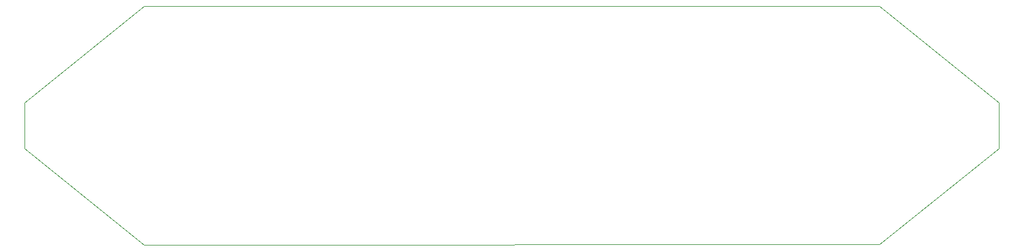
<source format=gm1>
%TF.GenerationSoftware,KiCad,Pcbnew,7.0.10*%
%TF.CreationDate,2024-10-31T16:23:13-04:00*%
%TF.ProjectId,segment,7365676d-656e-4742-9e6b-696361645f70,rev?*%
%TF.SameCoordinates,Original*%
%TF.FileFunction,Profile,NP*%
%FSLAX46Y46*%
G04 Gerber Fmt 4.6, Leading zero omitted, Abs format (unit mm)*
G04 Created by KiCad (PCBNEW 7.0.10) date 2024-10-31 16:23:13*
%MOMM*%
%LPD*%
G01*
G04 APERTURE LIST*
%TA.AperFunction,Profile*%
%ADD10C,0.100000*%
%TD*%
G04 APERTURE END LIST*
D10*
X191770000Y-99695000D02*
X191770000Y-106045000D01*
X175260000Y-119380000D01*
X73660000Y-119430000D01*
X57150000Y-106045000D01*
X57150000Y-99695000D01*
X73660000Y-86360000D01*
X175260000Y-86360000D01*
X191770000Y-99695000D01*
M02*

</source>
